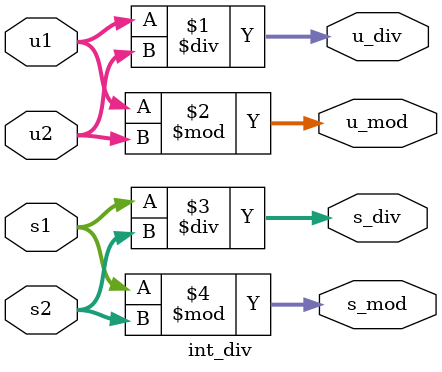
<source format=v>
/*Demonstrate integer division and modulus behavior in Verilog with signed/unsigned
variables.*/
module int_div(u1,u2,s1,s2,u_div,u_mod,s_div,s_mod);
input [7:0] u1,u2;
input signed[7:0] s1,s2;
output  [7:0] u_div,u_mod;
output  [7:0] s_div, s_mod;

//unsigned
assign u_div = u1 / u2;
assign u_mod = u1 % u2;

//signed
assign s_div = s1 / s2;
assign s_mod = s1 % s2;
endmodule

</source>
